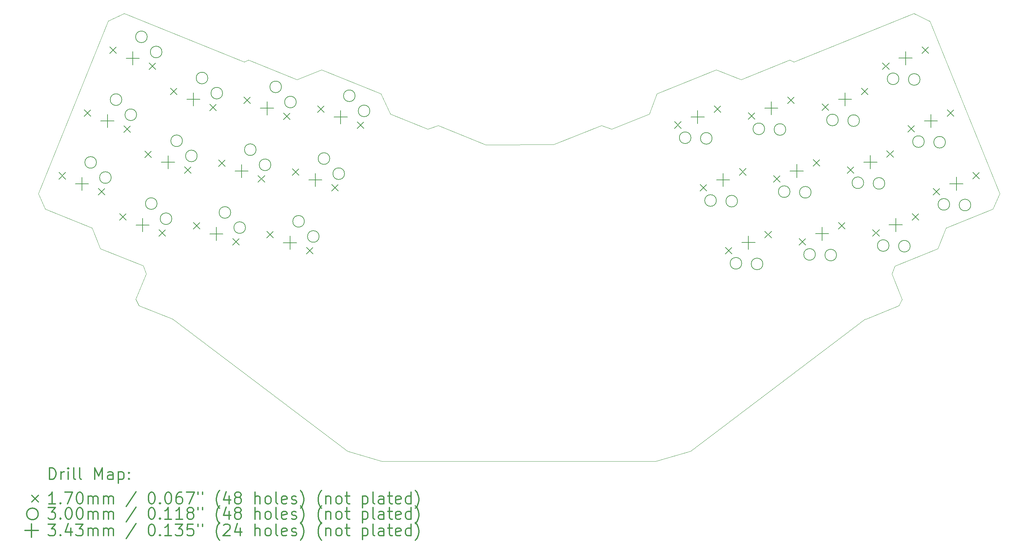
<source format=gbr>
%FSLAX45Y45*%
G04 Gerber Fmt 4.5, Leading zero omitted, Abs format (unit mm)*
G04 Created by KiCad (PCBNEW (5.1.4)-1) date 2024-04-24 20:53:15*
%MOMM*%
%LPD*%
G04 APERTURE LIST*
%ADD10C,0.050000*%
%ADD11C,0.200000*%
%ADD12C,0.300000*%
G04 APERTURE END LIST*
D10*
X11176213Y-27853625D02*
X12147667Y-28245667D01*
X12412667Y-28146667D02*
X13647667Y-28645667D01*
X16628646Y-28148071D02*
X15397000Y-28645000D01*
X17865100Y-27855028D02*
X16893646Y-28247071D01*
X12147667Y-28245667D02*
X12412667Y-28146667D01*
X15397000Y-28645000D02*
X13647667Y-28645667D01*
X16893646Y-28247071D02*
X16628646Y-28148071D01*
X4604537Y-32640385D02*
X4870507Y-31982085D01*
X24399689Y-32641789D02*
X24133718Y-31983488D01*
X10960000Y-36830000D02*
X10072695Y-36564535D01*
X18030000Y-36830000D02*
X18931531Y-36565938D01*
X10960000Y-36830000D02*
X18030000Y-36830000D01*
X25546434Y-30790966D02*
X25527890Y-30798458D01*
X3457791Y-30789563D02*
X3476335Y-30797055D01*
X2086679Y-29912037D02*
X2261724Y-30306320D01*
X3888537Y-25452283D02*
X2086679Y-29912037D01*
X26917546Y-29913441D02*
X26742501Y-30307724D01*
X25115688Y-25453686D02*
X26917546Y-29913441D01*
X10938494Y-27329969D02*
X9404005Y-26709995D01*
X4303330Y-25253168D02*
X7400124Y-26504354D01*
X3687111Y-31329806D02*
X3476335Y-30797055D01*
X3687111Y-31329806D02*
X4795096Y-31777461D01*
X3457791Y-30789563D02*
X2261724Y-30306320D01*
X5542399Y-33148730D02*
X4689390Y-32804092D01*
X8767111Y-26964977D02*
X7510776Y-26457385D01*
X10072695Y-36564535D02*
X5560943Y-33156222D01*
X4604537Y-32640385D02*
X4689390Y-32804092D01*
X10938494Y-27329969D02*
X11176213Y-27853625D01*
X4795096Y-31777461D02*
X4870507Y-31982085D01*
X8767111Y-26964977D02*
X9404005Y-26709995D01*
X4303330Y-25253168D02*
X3888537Y-25452283D01*
X7510776Y-26457385D02*
X7400124Y-26504354D01*
X5542399Y-33148730D02*
X5560943Y-33156222D01*
X23461827Y-33150134D02*
X23443283Y-33157626D01*
X24209130Y-31778864D02*
X24133718Y-31983488D01*
X24700895Y-25254572D02*
X25115688Y-25453686D01*
X21493449Y-26458789D02*
X21604101Y-26505758D01*
X20237115Y-26966381D02*
X19600221Y-26711399D01*
X23461827Y-33150134D02*
X24314836Y-32805496D01*
X18931531Y-36565938D02*
X23443283Y-33157626D01*
X24399689Y-32641789D02*
X24314836Y-32805496D01*
X24700895Y-25254572D02*
X21604101Y-26505758D01*
X25546434Y-30790966D02*
X26742501Y-30307724D01*
X25317114Y-31331209D02*
X25527890Y-30798458D01*
X25317114Y-31331209D02*
X24209130Y-31778864D01*
X18065732Y-27331372D02*
X17865100Y-27855028D01*
X20237115Y-26966381D02*
X21493449Y-26458789D01*
X18065732Y-27331372D02*
X19600221Y-26711399D01*
D11*
X18521955Y-28052186D02*
X18692135Y-28222366D01*
X18692135Y-28052186D02*
X18521955Y-28222366D01*
X19541857Y-27640119D02*
X19712037Y-27810299D01*
X19712037Y-27640119D02*
X19541857Y-27810299D01*
X4185150Y-30428744D02*
X4355331Y-30598924D01*
X4355331Y-30428744D02*
X4185150Y-30598924D01*
X5205053Y-30840811D02*
X5375233Y-31010991D01*
X5375233Y-30840811D02*
X5205053Y-31010991D01*
X25203712Y-29774573D02*
X25373892Y-29944753D01*
X25373892Y-29774573D02*
X25203712Y-29944753D01*
X26223614Y-29362506D02*
X26393794Y-29532686D01*
X26393794Y-29362506D02*
X26223614Y-29532686D01*
X9301461Y-27642461D02*
X9471641Y-27812641D01*
X9471641Y-27642461D02*
X9301461Y-27812641D01*
X10321363Y-28054528D02*
X10491543Y-28224708D01*
X10491543Y-28054528D02*
X10321363Y-28224708D01*
X4840712Y-28806172D02*
X5010892Y-28976352D01*
X5010892Y-28806172D02*
X4840712Y-28976352D01*
X5860614Y-29218240D02*
X6030794Y-29388420D01*
X6030794Y-29218240D02*
X5860614Y-29388420D01*
X24548150Y-28152001D02*
X24718330Y-28322181D01*
X24718330Y-28152001D02*
X24548150Y-28322181D01*
X25568053Y-27739934D02*
X25738233Y-27910114D01*
X25738233Y-27739934D02*
X25568053Y-27910114D01*
X6087744Y-30658174D02*
X6257924Y-30828354D01*
X6257924Y-30658174D02*
X6087744Y-30828354D01*
X7107646Y-31070242D02*
X7277826Y-31240422D01*
X7277826Y-31070242D02*
X7107646Y-31240422D01*
X7398867Y-27413031D02*
X7569047Y-27583211D01*
X7569047Y-27413031D02*
X7398867Y-27583211D01*
X8418769Y-27825098D02*
X8588949Y-27995278D01*
X8588949Y-27825098D02*
X8418769Y-27995278D01*
X3930826Y-26119705D02*
X4101006Y-26289885D01*
X4101006Y-26119705D02*
X3930826Y-26289885D01*
X4950728Y-26531772D02*
X5120908Y-26701952D01*
X5120908Y-26531772D02*
X4950728Y-26701952D01*
X22982703Y-29215897D02*
X23152883Y-29386077D01*
X23152883Y-29215897D02*
X22982703Y-29386077D01*
X24002605Y-28803830D02*
X24172785Y-28974010D01*
X24172785Y-28803830D02*
X24002605Y-28974010D01*
X19833078Y-31297329D02*
X20003258Y-31467509D01*
X20003258Y-31297329D02*
X19833078Y-31467509D01*
X20852980Y-30885262D02*
X21023160Y-31055442D01*
X21023160Y-30885262D02*
X20852980Y-31055442D01*
X7990337Y-30887605D02*
X8160517Y-31057785D01*
X8160517Y-30887605D02*
X7990337Y-31057785D01*
X9010240Y-31299672D02*
X9180420Y-31469852D01*
X9180420Y-31299672D02*
X9010240Y-31469852D01*
X21080110Y-29445327D02*
X21250290Y-29615507D01*
X21250290Y-29445327D02*
X21080110Y-29615507D01*
X22100012Y-29033260D02*
X22270192Y-29203440D01*
X22270192Y-29033260D02*
X22100012Y-29203440D01*
X3275265Y-27742277D02*
X3445445Y-27912457D01*
X3445445Y-27742277D02*
X3275265Y-27912457D01*
X4295167Y-28154344D02*
X4465347Y-28324524D01*
X4465347Y-28154344D02*
X4295167Y-28324524D01*
X21735671Y-31067899D02*
X21905851Y-31238079D01*
X21905851Y-31067899D02*
X21735671Y-31238079D01*
X22755573Y-30655832D02*
X22925753Y-30826012D01*
X22925753Y-30655832D02*
X22755573Y-30826012D01*
X8645899Y-29265033D02*
X8816079Y-29435213D01*
X8816079Y-29265033D02*
X8645899Y-29435213D01*
X9665801Y-29677100D02*
X9835981Y-29847280D01*
X9835981Y-29677100D02*
X9665801Y-29847280D01*
X23892589Y-26529429D02*
X24062769Y-26699609D01*
X24062769Y-26529429D02*
X23892589Y-26699609D01*
X24912491Y-26117362D02*
X25082671Y-26287542D01*
X25082671Y-26117362D02*
X24912491Y-26287542D01*
X6743305Y-29035603D02*
X6913485Y-29205783D01*
X6913485Y-29035603D02*
X6743305Y-29205783D01*
X7763208Y-29447670D02*
X7933388Y-29617850D01*
X7933388Y-29447670D02*
X7763208Y-29617850D01*
X5496274Y-27183601D02*
X5666454Y-27353781D01*
X5666454Y-27183601D02*
X5496274Y-27353781D01*
X6516176Y-27595668D02*
X6686356Y-27765848D01*
X6686356Y-27595668D02*
X6516176Y-27765848D01*
X20424548Y-27822756D02*
X20594728Y-27992936D01*
X20594728Y-27822756D02*
X20424548Y-27992936D01*
X21444450Y-27410688D02*
X21614630Y-27580868D01*
X21614630Y-27410688D02*
X21444450Y-27580868D01*
X23638264Y-30838469D02*
X23808444Y-31008649D01*
X23808444Y-30838469D02*
X23638264Y-31008649D01*
X24658167Y-30426402D02*
X24828347Y-30596582D01*
X24828347Y-30426402D02*
X24658167Y-30596582D01*
X22327141Y-27593325D02*
X22497321Y-27763505D01*
X22497321Y-27593325D02*
X22327141Y-27763505D01*
X23347044Y-27181258D02*
X23517224Y-27351438D01*
X23517224Y-27181258D02*
X23347044Y-27351438D01*
X2619703Y-29364848D02*
X2789883Y-29535028D01*
X2789883Y-29364848D02*
X2619703Y-29535028D01*
X3639605Y-29776916D02*
X3809785Y-29947096D01*
X3809785Y-29776916D02*
X3639605Y-29947096D01*
X19177516Y-29674758D02*
X19347696Y-29844938D01*
X19347696Y-29674758D02*
X19177516Y-29844938D01*
X20197418Y-29262690D02*
X20367598Y-29432870D01*
X20367598Y-29262690D02*
X20197418Y-29432870D01*
X21502036Y-29859381D02*
G75*
G03X21502036Y-29859381I-150000J0D01*
G01*
X22048042Y-29876058D02*
G75*
G03X22048042Y-29876058I-150000J0D01*
G01*
X4243197Y-27481726D02*
G75*
G03X4243197Y-27481726I-150000J0D01*
G01*
X4624375Y-27873010D02*
G75*
G03X4624375Y-27873010I-150000J0D01*
G01*
X22157598Y-31481953D02*
G75*
G03X22157598Y-31481953I-150000J0D01*
G01*
X22703603Y-31498630D02*
G75*
G03X22703603Y-31498630I-150000J0D01*
G01*
X9613831Y-29004482D02*
G75*
G03X9613831Y-29004482I-150000J0D01*
G01*
X9995009Y-29395766D02*
G75*
G03X9995009Y-29395766I-150000J0D01*
G01*
X24314515Y-26943483D02*
G75*
G03X24314515Y-26943483I-150000J0D01*
G01*
X24860521Y-26960160D02*
G75*
G03X24860521Y-26960160I-150000J0D01*
G01*
X7711237Y-28775052D02*
G75*
G03X7711237Y-28775052I-150000J0D01*
G01*
X8092416Y-29166336D02*
G75*
G03X8092416Y-29166336I-150000J0D01*
G01*
X6464206Y-26923050D02*
G75*
G03X6464206Y-26923050I-150000J0D01*
G01*
X6845384Y-27314334D02*
G75*
G03X6845384Y-27314334I-150000J0D01*
G01*
X20846475Y-28236809D02*
G75*
G03X20846475Y-28236809I-150000J0D01*
G01*
X21392480Y-28253486D02*
G75*
G03X21392480Y-28253486I-150000J0D01*
G01*
X24060191Y-31252522D02*
G75*
G03X24060191Y-31252522I-150000J0D01*
G01*
X24606196Y-31269200D02*
G75*
G03X24606196Y-31269200I-150000J0D01*
G01*
X22749068Y-28007379D02*
G75*
G03X22749068Y-28007379I-150000J0D01*
G01*
X23295073Y-28024056D02*
G75*
G03X23295073Y-28024056I-150000J0D01*
G01*
X3587635Y-29104298D02*
G75*
G03X3587635Y-29104298I-150000J0D01*
G01*
X3968813Y-29495581D02*
G75*
G03X3968813Y-29495581I-150000J0D01*
G01*
X19599443Y-30088811D02*
G75*
G03X19599443Y-30088811I-150000J0D01*
G01*
X20145448Y-30105488D02*
G75*
G03X20145448Y-30105488I-150000J0D01*
G01*
X18943881Y-28466239D02*
G75*
G03X18943881Y-28466239I-150000J0D01*
G01*
X19489887Y-28482917D02*
G75*
G03X19489887Y-28482917I-150000J0D01*
G01*
X5153083Y-30168193D02*
G75*
G03X5153083Y-30168193I-150000J0D01*
G01*
X5534261Y-30559477D02*
G75*
G03X5534261Y-30559477I-150000J0D01*
G01*
X25625639Y-30188627D02*
G75*
G03X25625639Y-30188627I-150000J0D01*
G01*
X26171644Y-30205304D02*
G75*
G03X26171644Y-30205304I-150000J0D01*
G01*
X10269393Y-27381910D02*
G75*
G03X10269393Y-27381910I-150000J0D01*
G01*
X10650571Y-27773194D02*
G75*
G03X10650571Y-27773194I-150000J0D01*
G01*
X5808644Y-28545622D02*
G75*
G03X5808644Y-28545622I-150000J0D01*
G01*
X6189823Y-28936905D02*
G75*
G03X6189823Y-28936905I-150000J0D01*
G01*
X24970077Y-28566055D02*
G75*
G03X24970077Y-28566055I-150000J0D01*
G01*
X25516082Y-28582732D02*
G75*
G03X25516082Y-28582732I-150000J0D01*
G01*
X7055676Y-30397624D02*
G75*
G03X7055676Y-30397624I-150000J0D01*
G01*
X7436854Y-30788907D02*
G75*
G03X7436854Y-30788907I-150000J0D01*
G01*
X8366799Y-27152480D02*
G75*
G03X8366799Y-27152480I-150000J0D01*
G01*
X8747978Y-27543764D02*
G75*
G03X8747978Y-27543764I-150000J0D01*
G01*
X4898758Y-25859154D02*
G75*
G03X4898758Y-25859154I-150000J0D01*
G01*
X5279937Y-26250438D02*
G75*
G03X5279937Y-26250438I-150000J0D01*
G01*
X23404630Y-29629951D02*
G75*
G03X23404630Y-29629951I-150000J0D01*
G01*
X23950635Y-29646628D02*
G75*
G03X23950635Y-29646628I-150000J0D01*
G01*
X20255004Y-31711383D02*
G75*
G03X20255004Y-31711383I-150000J0D01*
G01*
X20801010Y-31728060D02*
G75*
G03X20801010Y-31728060I-150000J0D01*
G01*
X8958269Y-30627054D02*
G75*
G03X8958269Y-30627054I-150000J0D01*
G01*
X9339448Y-31018338D02*
G75*
G03X9339448Y-31018338I-150000J0D01*
G01*
X21675151Y-29152934D02*
X21675151Y-29495834D01*
X21503701Y-29324384D02*
X21846601Y-29324384D01*
X3870306Y-27861950D02*
X3870306Y-28204850D01*
X3698856Y-28033400D02*
X4041756Y-28033400D01*
X22330712Y-30775505D02*
X22330712Y-31118405D01*
X22159262Y-30946955D02*
X22502162Y-30946955D01*
X9240940Y-29384707D02*
X9240940Y-29727607D01*
X9069490Y-29556157D02*
X9412390Y-29556157D01*
X24487630Y-26237036D02*
X24487630Y-26579936D01*
X24316180Y-26408486D02*
X24659080Y-26408486D01*
X7338347Y-29155276D02*
X7338347Y-29498176D01*
X7166897Y-29326726D02*
X7509797Y-29326726D01*
X6091315Y-27303274D02*
X6091315Y-27646174D01*
X5919865Y-27474724D02*
X6262765Y-27474724D01*
X21019589Y-27530362D02*
X21019589Y-27873262D01*
X20848139Y-27701812D02*
X21191039Y-27701812D01*
X24233306Y-30546075D02*
X24233306Y-30888975D01*
X24061856Y-30717525D02*
X24404756Y-30717525D01*
X22922182Y-27300932D02*
X22922182Y-27643832D01*
X22750732Y-27472382D02*
X23093632Y-27472382D01*
X3214744Y-29484522D02*
X3214744Y-29827422D01*
X3043294Y-29655972D02*
X3386194Y-29655972D01*
X19772557Y-29382364D02*
X19772557Y-29725264D01*
X19601107Y-29553814D02*
X19944007Y-29553814D01*
X19116996Y-27759792D02*
X19116996Y-28102692D01*
X18945546Y-27931242D02*
X19288446Y-27931242D01*
X4780192Y-30548418D02*
X4780192Y-30891318D01*
X4608742Y-30719868D02*
X4951642Y-30719868D01*
X25798753Y-29482179D02*
X25798753Y-29825079D01*
X25627303Y-29653629D02*
X25970203Y-29653629D01*
X9896502Y-27762135D02*
X9896502Y-28105035D01*
X9725052Y-27933585D02*
X10067952Y-27933585D01*
X5435753Y-28925846D02*
X5435753Y-29268746D01*
X5264303Y-29097296D02*
X5607203Y-29097296D01*
X25143191Y-27859608D02*
X25143191Y-28202508D01*
X24971741Y-28031058D02*
X25314641Y-28031058D01*
X6682785Y-30777848D02*
X6682785Y-31120748D01*
X6511335Y-30949298D02*
X6854235Y-30949298D01*
X7993908Y-27532705D02*
X7993908Y-27875605D01*
X7822458Y-27704155D02*
X8165358Y-27704155D01*
X4525867Y-26239379D02*
X4525867Y-26582279D01*
X4354417Y-26410829D02*
X4697317Y-26410829D01*
X23577744Y-28923503D02*
X23577744Y-29266403D01*
X23406294Y-29094953D02*
X23749194Y-29094953D01*
X20428119Y-31004936D02*
X20428119Y-31347836D01*
X20256669Y-31176386D02*
X20599569Y-31176386D01*
X8585379Y-31007278D02*
X8585379Y-31350178D01*
X8413929Y-31178728D02*
X8756829Y-31178728D01*
D12*
X2370608Y-37298214D02*
X2370608Y-36998214D01*
X2442036Y-36998214D01*
X2484893Y-37012500D01*
X2513465Y-37041072D01*
X2527750Y-37069643D01*
X2542036Y-37126786D01*
X2542036Y-37169643D01*
X2527750Y-37226786D01*
X2513465Y-37255357D01*
X2484893Y-37283929D01*
X2442036Y-37298214D01*
X2370608Y-37298214D01*
X2670608Y-37298214D02*
X2670608Y-37098214D01*
X2670608Y-37155357D02*
X2684893Y-37126786D01*
X2699179Y-37112500D01*
X2727750Y-37098214D01*
X2756322Y-37098214D01*
X2856322Y-37298214D02*
X2856322Y-37098214D01*
X2856322Y-36998214D02*
X2842036Y-37012500D01*
X2856322Y-37026786D01*
X2870607Y-37012500D01*
X2856322Y-36998214D01*
X2856322Y-37026786D01*
X3042036Y-37298214D02*
X3013465Y-37283929D01*
X2999179Y-37255357D01*
X2999179Y-36998214D01*
X3199179Y-37298214D02*
X3170607Y-37283929D01*
X3156322Y-37255357D01*
X3156322Y-36998214D01*
X3542036Y-37298214D02*
X3542036Y-36998214D01*
X3642036Y-37212500D01*
X3742036Y-36998214D01*
X3742036Y-37298214D01*
X4013465Y-37298214D02*
X4013465Y-37141072D01*
X3999179Y-37112500D01*
X3970607Y-37098214D01*
X3913465Y-37098214D01*
X3884893Y-37112500D01*
X4013465Y-37283929D02*
X3984893Y-37298214D01*
X3913465Y-37298214D01*
X3884893Y-37283929D01*
X3870607Y-37255357D01*
X3870607Y-37226786D01*
X3884893Y-37198214D01*
X3913465Y-37183929D01*
X3984893Y-37183929D01*
X4013465Y-37169643D01*
X4156322Y-37098214D02*
X4156322Y-37398214D01*
X4156322Y-37112500D02*
X4184893Y-37098214D01*
X4242036Y-37098214D01*
X4270608Y-37112500D01*
X4284893Y-37126786D01*
X4299179Y-37155357D01*
X4299179Y-37241072D01*
X4284893Y-37269643D01*
X4270608Y-37283929D01*
X4242036Y-37298214D01*
X4184893Y-37298214D01*
X4156322Y-37283929D01*
X4427750Y-37269643D02*
X4442036Y-37283929D01*
X4427750Y-37298214D01*
X4413465Y-37283929D01*
X4427750Y-37269643D01*
X4427750Y-37298214D01*
X4427750Y-37112500D02*
X4442036Y-37126786D01*
X4427750Y-37141072D01*
X4413465Y-37126786D01*
X4427750Y-37112500D01*
X4427750Y-37141072D01*
X1913999Y-37707410D02*
X2084179Y-37877590D01*
X2084179Y-37707410D02*
X1913999Y-37877590D01*
X2527750Y-37928214D02*
X2356322Y-37928214D01*
X2442036Y-37928214D02*
X2442036Y-37628214D01*
X2413465Y-37671072D01*
X2384893Y-37699643D01*
X2356322Y-37713929D01*
X2656322Y-37899643D02*
X2670608Y-37913929D01*
X2656322Y-37928214D01*
X2642036Y-37913929D01*
X2656322Y-37899643D01*
X2656322Y-37928214D01*
X2770608Y-37628214D02*
X2970607Y-37628214D01*
X2842036Y-37928214D01*
X3142036Y-37628214D02*
X3170607Y-37628214D01*
X3199179Y-37642500D01*
X3213465Y-37656786D01*
X3227750Y-37685357D01*
X3242036Y-37742500D01*
X3242036Y-37813929D01*
X3227750Y-37871072D01*
X3213465Y-37899643D01*
X3199179Y-37913929D01*
X3170607Y-37928214D01*
X3142036Y-37928214D01*
X3113465Y-37913929D01*
X3099179Y-37899643D01*
X3084893Y-37871072D01*
X3070607Y-37813929D01*
X3070607Y-37742500D01*
X3084893Y-37685357D01*
X3099179Y-37656786D01*
X3113465Y-37642500D01*
X3142036Y-37628214D01*
X3370607Y-37928214D02*
X3370607Y-37728214D01*
X3370607Y-37756786D02*
X3384893Y-37742500D01*
X3413465Y-37728214D01*
X3456322Y-37728214D01*
X3484893Y-37742500D01*
X3499179Y-37771072D01*
X3499179Y-37928214D01*
X3499179Y-37771072D02*
X3513465Y-37742500D01*
X3542036Y-37728214D01*
X3584893Y-37728214D01*
X3613465Y-37742500D01*
X3627750Y-37771072D01*
X3627750Y-37928214D01*
X3770607Y-37928214D02*
X3770607Y-37728214D01*
X3770607Y-37756786D02*
X3784893Y-37742500D01*
X3813465Y-37728214D01*
X3856322Y-37728214D01*
X3884893Y-37742500D01*
X3899179Y-37771072D01*
X3899179Y-37928214D01*
X3899179Y-37771072D02*
X3913465Y-37742500D01*
X3942036Y-37728214D01*
X3984893Y-37728214D01*
X4013465Y-37742500D01*
X4027750Y-37771072D01*
X4027750Y-37928214D01*
X4613465Y-37613929D02*
X4356322Y-37999643D01*
X4999179Y-37628214D02*
X5027750Y-37628214D01*
X5056322Y-37642500D01*
X5070608Y-37656786D01*
X5084893Y-37685357D01*
X5099179Y-37742500D01*
X5099179Y-37813929D01*
X5084893Y-37871072D01*
X5070608Y-37899643D01*
X5056322Y-37913929D01*
X5027750Y-37928214D01*
X4999179Y-37928214D01*
X4970608Y-37913929D01*
X4956322Y-37899643D01*
X4942036Y-37871072D01*
X4927750Y-37813929D01*
X4927750Y-37742500D01*
X4942036Y-37685357D01*
X4956322Y-37656786D01*
X4970608Y-37642500D01*
X4999179Y-37628214D01*
X5227750Y-37899643D02*
X5242036Y-37913929D01*
X5227750Y-37928214D01*
X5213465Y-37913929D01*
X5227750Y-37899643D01*
X5227750Y-37928214D01*
X5427750Y-37628214D02*
X5456322Y-37628214D01*
X5484893Y-37642500D01*
X5499179Y-37656786D01*
X5513465Y-37685357D01*
X5527750Y-37742500D01*
X5527750Y-37813929D01*
X5513465Y-37871072D01*
X5499179Y-37899643D01*
X5484893Y-37913929D01*
X5456322Y-37928214D01*
X5427750Y-37928214D01*
X5399179Y-37913929D01*
X5384893Y-37899643D01*
X5370608Y-37871072D01*
X5356322Y-37813929D01*
X5356322Y-37742500D01*
X5370608Y-37685357D01*
X5384893Y-37656786D01*
X5399179Y-37642500D01*
X5427750Y-37628214D01*
X5784893Y-37628214D02*
X5727750Y-37628214D01*
X5699179Y-37642500D01*
X5684893Y-37656786D01*
X5656322Y-37699643D01*
X5642036Y-37756786D01*
X5642036Y-37871072D01*
X5656322Y-37899643D01*
X5670607Y-37913929D01*
X5699179Y-37928214D01*
X5756322Y-37928214D01*
X5784893Y-37913929D01*
X5799179Y-37899643D01*
X5813465Y-37871072D01*
X5813465Y-37799643D01*
X5799179Y-37771072D01*
X5784893Y-37756786D01*
X5756322Y-37742500D01*
X5699179Y-37742500D01*
X5670607Y-37756786D01*
X5656322Y-37771072D01*
X5642036Y-37799643D01*
X5913465Y-37628214D02*
X6113465Y-37628214D01*
X5984893Y-37928214D01*
X6213465Y-37628214D02*
X6213465Y-37685357D01*
X6327750Y-37628214D02*
X6327750Y-37685357D01*
X6770607Y-38042500D02*
X6756322Y-38028214D01*
X6727750Y-37985357D01*
X6713465Y-37956786D01*
X6699179Y-37913929D01*
X6684893Y-37842500D01*
X6684893Y-37785357D01*
X6699179Y-37713929D01*
X6713465Y-37671072D01*
X6727750Y-37642500D01*
X6756322Y-37599643D01*
X6770607Y-37585357D01*
X7013465Y-37728214D02*
X7013465Y-37928214D01*
X6942036Y-37613929D02*
X6870607Y-37828214D01*
X7056322Y-37828214D01*
X7213465Y-37756786D02*
X7184893Y-37742500D01*
X7170607Y-37728214D01*
X7156322Y-37699643D01*
X7156322Y-37685357D01*
X7170607Y-37656786D01*
X7184893Y-37642500D01*
X7213465Y-37628214D01*
X7270607Y-37628214D01*
X7299179Y-37642500D01*
X7313465Y-37656786D01*
X7327750Y-37685357D01*
X7327750Y-37699643D01*
X7313465Y-37728214D01*
X7299179Y-37742500D01*
X7270607Y-37756786D01*
X7213465Y-37756786D01*
X7184893Y-37771072D01*
X7170607Y-37785357D01*
X7156322Y-37813929D01*
X7156322Y-37871072D01*
X7170607Y-37899643D01*
X7184893Y-37913929D01*
X7213465Y-37928214D01*
X7270607Y-37928214D01*
X7299179Y-37913929D01*
X7313465Y-37899643D01*
X7327750Y-37871072D01*
X7327750Y-37813929D01*
X7313465Y-37785357D01*
X7299179Y-37771072D01*
X7270607Y-37756786D01*
X7684893Y-37928214D02*
X7684893Y-37628214D01*
X7813465Y-37928214D02*
X7813465Y-37771072D01*
X7799179Y-37742500D01*
X7770607Y-37728214D01*
X7727750Y-37728214D01*
X7699179Y-37742500D01*
X7684893Y-37756786D01*
X7999179Y-37928214D02*
X7970607Y-37913929D01*
X7956322Y-37899643D01*
X7942036Y-37871072D01*
X7942036Y-37785357D01*
X7956322Y-37756786D01*
X7970607Y-37742500D01*
X7999179Y-37728214D01*
X8042036Y-37728214D01*
X8070607Y-37742500D01*
X8084893Y-37756786D01*
X8099179Y-37785357D01*
X8099179Y-37871072D01*
X8084893Y-37899643D01*
X8070607Y-37913929D01*
X8042036Y-37928214D01*
X7999179Y-37928214D01*
X8270607Y-37928214D02*
X8242036Y-37913929D01*
X8227750Y-37885357D01*
X8227750Y-37628214D01*
X8499179Y-37913929D02*
X8470608Y-37928214D01*
X8413465Y-37928214D01*
X8384893Y-37913929D01*
X8370607Y-37885357D01*
X8370607Y-37771072D01*
X8384893Y-37742500D01*
X8413465Y-37728214D01*
X8470608Y-37728214D01*
X8499179Y-37742500D01*
X8513465Y-37771072D01*
X8513465Y-37799643D01*
X8370607Y-37828214D01*
X8627750Y-37913929D02*
X8656322Y-37928214D01*
X8713465Y-37928214D01*
X8742036Y-37913929D01*
X8756322Y-37885357D01*
X8756322Y-37871072D01*
X8742036Y-37842500D01*
X8713465Y-37828214D01*
X8670608Y-37828214D01*
X8642036Y-37813929D01*
X8627750Y-37785357D01*
X8627750Y-37771072D01*
X8642036Y-37742500D01*
X8670608Y-37728214D01*
X8713465Y-37728214D01*
X8742036Y-37742500D01*
X8856322Y-38042500D02*
X8870608Y-38028214D01*
X8899179Y-37985357D01*
X8913465Y-37956786D01*
X8927750Y-37913929D01*
X8942036Y-37842500D01*
X8942036Y-37785357D01*
X8927750Y-37713929D01*
X8913465Y-37671072D01*
X8899179Y-37642500D01*
X8870608Y-37599643D01*
X8856322Y-37585357D01*
X9399179Y-38042500D02*
X9384893Y-38028214D01*
X9356322Y-37985357D01*
X9342036Y-37956786D01*
X9327750Y-37913929D01*
X9313465Y-37842500D01*
X9313465Y-37785357D01*
X9327750Y-37713929D01*
X9342036Y-37671072D01*
X9356322Y-37642500D01*
X9384893Y-37599643D01*
X9399179Y-37585357D01*
X9513465Y-37728214D02*
X9513465Y-37928214D01*
X9513465Y-37756786D02*
X9527750Y-37742500D01*
X9556322Y-37728214D01*
X9599179Y-37728214D01*
X9627750Y-37742500D01*
X9642036Y-37771072D01*
X9642036Y-37928214D01*
X9827750Y-37928214D02*
X9799179Y-37913929D01*
X9784893Y-37899643D01*
X9770608Y-37871072D01*
X9770608Y-37785357D01*
X9784893Y-37756786D01*
X9799179Y-37742500D01*
X9827750Y-37728214D01*
X9870608Y-37728214D01*
X9899179Y-37742500D01*
X9913465Y-37756786D01*
X9927750Y-37785357D01*
X9927750Y-37871072D01*
X9913465Y-37899643D01*
X9899179Y-37913929D01*
X9870608Y-37928214D01*
X9827750Y-37928214D01*
X10013465Y-37728214D02*
X10127750Y-37728214D01*
X10056322Y-37628214D02*
X10056322Y-37885357D01*
X10070608Y-37913929D01*
X10099179Y-37928214D01*
X10127750Y-37928214D01*
X10456322Y-37728214D02*
X10456322Y-38028214D01*
X10456322Y-37742500D02*
X10484893Y-37728214D01*
X10542036Y-37728214D01*
X10570608Y-37742500D01*
X10584893Y-37756786D01*
X10599179Y-37785357D01*
X10599179Y-37871072D01*
X10584893Y-37899643D01*
X10570608Y-37913929D01*
X10542036Y-37928214D01*
X10484893Y-37928214D01*
X10456322Y-37913929D01*
X10770608Y-37928214D02*
X10742036Y-37913929D01*
X10727750Y-37885357D01*
X10727750Y-37628214D01*
X11013465Y-37928214D02*
X11013465Y-37771072D01*
X10999179Y-37742500D01*
X10970608Y-37728214D01*
X10913465Y-37728214D01*
X10884893Y-37742500D01*
X11013465Y-37913929D02*
X10984893Y-37928214D01*
X10913465Y-37928214D01*
X10884893Y-37913929D01*
X10870608Y-37885357D01*
X10870608Y-37856786D01*
X10884893Y-37828214D01*
X10913465Y-37813929D01*
X10984893Y-37813929D01*
X11013465Y-37799643D01*
X11113465Y-37728214D02*
X11227750Y-37728214D01*
X11156322Y-37628214D02*
X11156322Y-37885357D01*
X11170608Y-37913929D01*
X11199179Y-37928214D01*
X11227750Y-37928214D01*
X11442036Y-37913929D02*
X11413465Y-37928214D01*
X11356322Y-37928214D01*
X11327750Y-37913929D01*
X11313465Y-37885357D01*
X11313465Y-37771072D01*
X11327750Y-37742500D01*
X11356322Y-37728214D01*
X11413465Y-37728214D01*
X11442036Y-37742500D01*
X11456322Y-37771072D01*
X11456322Y-37799643D01*
X11313465Y-37828214D01*
X11713465Y-37928214D02*
X11713465Y-37628214D01*
X11713465Y-37913929D02*
X11684893Y-37928214D01*
X11627750Y-37928214D01*
X11599179Y-37913929D01*
X11584893Y-37899643D01*
X11570607Y-37871072D01*
X11570607Y-37785357D01*
X11584893Y-37756786D01*
X11599179Y-37742500D01*
X11627750Y-37728214D01*
X11684893Y-37728214D01*
X11713465Y-37742500D01*
X11827750Y-38042500D02*
X11842036Y-38028214D01*
X11870607Y-37985357D01*
X11884893Y-37956786D01*
X11899179Y-37913929D01*
X11913465Y-37842500D01*
X11913465Y-37785357D01*
X11899179Y-37713929D01*
X11884893Y-37671072D01*
X11870607Y-37642500D01*
X11842036Y-37599643D01*
X11827750Y-37585357D01*
X2084179Y-38188500D02*
G75*
G03X2084179Y-38188500I-150000J0D01*
G01*
X2342036Y-38024214D02*
X2527750Y-38024214D01*
X2427750Y-38138500D01*
X2470608Y-38138500D01*
X2499179Y-38152786D01*
X2513465Y-38167072D01*
X2527750Y-38195643D01*
X2527750Y-38267072D01*
X2513465Y-38295643D01*
X2499179Y-38309929D01*
X2470608Y-38324214D01*
X2384893Y-38324214D01*
X2356322Y-38309929D01*
X2342036Y-38295643D01*
X2656322Y-38295643D02*
X2670608Y-38309929D01*
X2656322Y-38324214D01*
X2642036Y-38309929D01*
X2656322Y-38295643D01*
X2656322Y-38324214D01*
X2856322Y-38024214D02*
X2884893Y-38024214D01*
X2913465Y-38038500D01*
X2927750Y-38052786D01*
X2942036Y-38081357D01*
X2956322Y-38138500D01*
X2956322Y-38209929D01*
X2942036Y-38267072D01*
X2927750Y-38295643D01*
X2913465Y-38309929D01*
X2884893Y-38324214D01*
X2856322Y-38324214D01*
X2827750Y-38309929D01*
X2813465Y-38295643D01*
X2799179Y-38267072D01*
X2784893Y-38209929D01*
X2784893Y-38138500D01*
X2799179Y-38081357D01*
X2813465Y-38052786D01*
X2827750Y-38038500D01*
X2856322Y-38024214D01*
X3142036Y-38024214D02*
X3170607Y-38024214D01*
X3199179Y-38038500D01*
X3213465Y-38052786D01*
X3227750Y-38081357D01*
X3242036Y-38138500D01*
X3242036Y-38209929D01*
X3227750Y-38267072D01*
X3213465Y-38295643D01*
X3199179Y-38309929D01*
X3170607Y-38324214D01*
X3142036Y-38324214D01*
X3113465Y-38309929D01*
X3099179Y-38295643D01*
X3084893Y-38267072D01*
X3070607Y-38209929D01*
X3070607Y-38138500D01*
X3084893Y-38081357D01*
X3099179Y-38052786D01*
X3113465Y-38038500D01*
X3142036Y-38024214D01*
X3370607Y-38324214D02*
X3370607Y-38124214D01*
X3370607Y-38152786D02*
X3384893Y-38138500D01*
X3413465Y-38124214D01*
X3456322Y-38124214D01*
X3484893Y-38138500D01*
X3499179Y-38167072D01*
X3499179Y-38324214D01*
X3499179Y-38167072D02*
X3513465Y-38138500D01*
X3542036Y-38124214D01*
X3584893Y-38124214D01*
X3613465Y-38138500D01*
X3627750Y-38167072D01*
X3627750Y-38324214D01*
X3770607Y-38324214D02*
X3770607Y-38124214D01*
X3770607Y-38152786D02*
X3784893Y-38138500D01*
X3813465Y-38124214D01*
X3856322Y-38124214D01*
X3884893Y-38138500D01*
X3899179Y-38167072D01*
X3899179Y-38324214D01*
X3899179Y-38167072D02*
X3913465Y-38138500D01*
X3942036Y-38124214D01*
X3984893Y-38124214D01*
X4013465Y-38138500D01*
X4027750Y-38167072D01*
X4027750Y-38324214D01*
X4613465Y-38009929D02*
X4356322Y-38395643D01*
X4999179Y-38024214D02*
X5027750Y-38024214D01*
X5056322Y-38038500D01*
X5070608Y-38052786D01*
X5084893Y-38081357D01*
X5099179Y-38138500D01*
X5099179Y-38209929D01*
X5084893Y-38267072D01*
X5070608Y-38295643D01*
X5056322Y-38309929D01*
X5027750Y-38324214D01*
X4999179Y-38324214D01*
X4970608Y-38309929D01*
X4956322Y-38295643D01*
X4942036Y-38267072D01*
X4927750Y-38209929D01*
X4927750Y-38138500D01*
X4942036Y-38081357D01*
X4956322Y-38052786D01*
X4970608Y-38038500D01*
X4999179Y-38024214D01*
X5227750Y-38295643D02*
X5242036Y-38309929D01*
X5227750Y-38324214D01*
X5213465Y-38309929D01*
X5227750Y-38295643D01*
X5227750Y-38324214D01*
X5527750Y-38324214D02*
X5356322Y-38324214D01*
X5442036Y-38324214D02*
X5442036Y-38024214D01*
X5413465Y-38067072D01*
X5384893Y-38095643D01*
X5356322Y-38109929D01*
X5813465Y-38324214D02*
X5642036Y-38324214D01*
X5727750Y-38324214D02*
X5727750Y-38024214D01*
X5699179Y-38067072D01*
X5670607Y-38095643D01*
X5642036Y-38109929D01*
X5984893Y-38152786D02*
X5956322Y-38138500D01*
X5942036Y-38124214D01*
X5927750Y-38095643D01*
X5927750Y-38081357D01*
X5942036Y-38052786D01*
X5956322Y-38038500D01*
X5984893Y-38024214D01*
X6042036Y-38024214D01*
X6070607Y-38038500D01*
X6084893Y-38052786D01*
X6099179Y-38081357D01*
X6099179Y-38095643D01*
X6084893Y-38124214D01*
X6070607Y-38138500D01*
X6042036Y-38152786D01*
X5984893Y-38152786D01*
X5956322Y-38167072D01*
X5942036Y-38181357D01*
X5927750Y-38209929D01*
X5927750Y-38267072D01*
X5942036Y-38295643D01*
X5956322Y-38309929D01*
X5984893Y-38324214D01*
X6042036Y-38324214D01*
X6070607Y-38309929D01*
X6084893Y-38295643D01*
X6099179Y-38267072D01*
X6099179Y-38209929D01*
X6084893Y-38181357D01*
X6070607Y-38167072D01*
X6042036Y-38152786D01*
X6213465Y-38024214D02*
X6213465Y-38081357D01*
X6327750Y-38024214D02*
X6327750Y-38081357D01*
X6770607Y-38438500D02*
X6756322Y-38424214D01*
X6727750Y-38381357D01*
X6713465Y-38352786D01*
X6699179Y-38309929D01*
X6684893Y-38238500D01*
X6684893Y-38181357D01*
X6699179Y-38109929D01*
X6713465Y-38067072D01*
X6727750Y-38038500D01*
X6756322Y-37995643D01*
X6770607Y-37981357D01*
X7013465Y-38124214D02*
X7013465Y-38324214D01*
X6942036Y-38009929D02*
X6870607Y-38224214D01*
X7056322Y-38224214D01*
X7213465Y-38152786D02*
X7184893Y-38138500D01*
X7170607Y-38124214D01*
X7156322Y-38095643D01*
X7156322Y-38081357D01*
X7170607Y-38052786D01*
X7184893Y-38038500D01*
X7213465Y-38024214D01*
X7270607Y-38024214D01*
X7299179Y-38038500D01*
X7313465Y-38052786D01*
X7327750Y-38081357D01*
X7327750Y-38095643D01*
X7313465Y-38124214D01*
X7299179Y-38138500D01*
X7270607Y-38152786D01*
X7213465Y-38152786D01*
X7184893Y-38167072D01*
X7170607Y-38181357D01*
X7156322Y-38209929D01*
X7156322Y-38267072D01*
X7170607Y-38295643D01*
X7184893Y-38309929D01*
X7213465Y-38324214D01*
X7270607Y-38324214D01*
X7299179Y-38309929D01*
X7313465Y-38295643D01*
X7327750Y-38267072D01*
X7327750Y-38209929D01*
X7313465Y-38181357D01*
X7299179Y-38167072D01*
X7270607Y-38152786D01*
X7684893Y-38324214D02*
X7684893Y-38024214D01*
X7813465Y-38324214D02*
X7813465Y-38167072D01*
X7799179Y-38138500D01*
X7770607Y-38124214D01*
X7727750Y-38124214D01*
X7699179Y-38138500D01*
X7684893Y-38152786D01*
X7999179Y-38324214D02*
X7970607Y-38309929D01*
X7956322Y-38295643D01*
X7942036Y-38267072D01*
X7942036Y-38181357D01*
X7956322Y-38152786D01*
X7970607Y-38138500D01*
X7999179Y-38124214D01*
X8042036Y-38124214D01*
X8070607Y-38138500D01*
X8084893Y-38152786D01*
X8099179Y-38181357D01*
X8099179Y-38267072D01*
X8084893Y-38295643D01*
X8070607Y-38309929D01*
X8042036Y-38324214D01*
X7999179Y-38324214D01*
X8270607Y-38324214D02*
X8242036Y-38309929D01*
X8227750Y-38281357D01*
X8227750Y-38024214D01*
X8499179Y-38309929D02*
X8470608Y-38324214D01*
X8413465Y-38324214D01*
X8384893Y-38309929D01*
X8370607Y-38281357D01*
X8370607Y-38167072D01*
X8384893Y-38138500D01*
X8413465Y-38124214D01*
X8470608Y-38124214D01*
X8499179Y-38138500D01*
X8513465Y-38167072D01*
X8513465Y-38195643D01*
X8370607Y-38224214D01*
X8627750Y-38309929D02*
X8656322Y-38324214D01*
X8713465Y-38324214D01*
X8742036Y-38309929D01*
X8756322Y-38281357D01*
X8756322Y-38267072D01*
X8742036Y-38238500D01*
X8713465Y-38224214D01*
X8670608Y-38224214D01*
X8642036Y-38209929D01*
X8627750Y-38181357D01*
X8627750Y-38167072D01*
X8642036Y-38138500D01*
X8670608Y-38124214D01*
X8713465Y-38124214D01*
X8742036Y-38138500D01*
X8856322Y-38438500D02*
X8870608Y-38424214D01*
X8899179Y-38381357D01*
X8913465Y-38352786D01*
X8927750Y-38309929D01*
X8942036Y-38238500D01*
X8942036Y-38181357D01*
X8927750Y-38109929D01*
X8913465Y-38067072D01*
X8899179Y-38038500D01*
X8870608Y-37995643D01*
X8856322Y-37981357D01*
X9399179Y-38438500D02*
X9384893Y-38424214D01*
X9356322Y-38381357D01*
X9342036Y-38352786D01*
X9327750Y-38309929D01*
X9313465Y-38238500D01*
X9313465Y-38181357D01*
X9327750Y-38109929D01*
X9342036Y-38067072D01*
X9356322Y-38038500D01*
X9384893Y-37995643D01*
X9399179Y-37981357D01*
X9513465Y-38124214D02*
X9513465Y-38324214D01*
X9513465Y-38152786D02*
X9527750Y-38138500D01*
X9556322Y-38124214D01*
X9599179Y-38124214D01*
X9627750Y-38138500D01*
X9642036Y-38167072D01*
X9642036Y-38324214D01*
X9827750Y-38324214D02*
X9799179Y-38309929D01*
X9784893Y-38295643D01*
X9770608Y-38267072D01*
X9770608Y-38181357D01*
X9784893Y-38152786D01*
X9799179Y-38138500D01*
X9827750Y-38124214D01*
X9870608Y-38124214D01*
X9899179Y-38138500D01*
X9913465Y-38152786D01*
X9927750Y-38181357D01*
X9927750Y-38267072D01*
X9913465Y-38295643D01*
X9899179Y-38309929D01*
X9870608Y-38324214D01*
X9827750Y-38324214D01*
X10013465Y-38124214D02*
X10127750Y-38124214D01*
X10056322Y-38024214D02*
X10056322Y-38281357D01*
X10070608Y-38309929D01*
X10099179Y-38324214D01*
X10127750Y-38324214D01*
X10456322Y-38124214D02*
X10456322Y-38424214D01*
X10456322Y-38138500D02*
X10484893Y-38124214D01*
X10542036Y-38124214D01*
X10570608Y-38138500D01*
X10584893Y-38152786D01*
X10599179Y-38181357D01*
X10599179Y-38267072D01*
X10584893Y-38295643D01*
X10570608Y-38309929D01*
X10542036Y-38324214D01*
X10484893Y-38324214D01*
X10456322Y-38309929D01*
X10770608Y-38324214D02*
X10742036Y-38309929D01*
X10727750Y-38281357D01*
X10727750Y-38024214D01*
X11013465Y-38324214D02*
X11013465Y-38167072D01*
X10999179Y-38138500D01*
X10970608Y-38124214D01*
X10913465Y-38124214D01*
X10884893Y-38138500D01*
X11013465Y-38309929D02*
X10984893Y-38324214D01*
X10913465Y-38324214D01*
X10884893Y-38309929D01*
X10870608Y-38281357D01*
X10870608Y-38252786D01*
X10884893Y-38224214D01*
X10913465Y-38209929D01*
X10984893Y-38209929D01*
X11013465Y-38195643D01*
X11113465Y-38124214D02*
X11227750Y-38124214D01*
X11156322Y-38024214D02*
X11156322Y-38281357D01*
X11170608Y-38309929D01*
X11199179Y-38324214D01*
X11227750Y-38324214D01*
X11442036Y-38309929D02*
X11413465Y-38324214D01*
X11356322Y-38324214D01*
X11327750Y-38309929D01*
X11313465Y-38281357D01*
X11313465Y-38167072D01*
X11327750Y-38138500D01*
X11356322Y-38124214D01*
X11413465Y-38124214D01*
X11442036Y-38138500D01*
X11456322Y-38167072D01*
X11456322Y-38195643D01*
X11313465Y-38224214D01*
X11713465Y-38324214D02*
X11713465Y-38024214D01*
X11713465Y-38309929D02*
X11684893Y-38324214D01*
X11627750Y-38324214D01*
X11599179Y-38309929D01*
X11584893Y-38295643D01*
X11570607Y-38267072D01*
X11570607Y-38181357D01*
X11584893Y-38152786D01*
X11599179Y-38138500D01*
X11627750Y-38124214D01*
X11684893Y-38124214D01*
X11713465Y-38138500D01*
X11827750Y-38438500D02*
X11842036Y-38424214D01*
X11870607Y-38381357D01*
X11884893Y-38352786D01*
X11899179Y-38309929D01*
X11913465Y-38238500D01*
X11913465Y-38181357D01*
X11899179Y-38109929D01*
X11884893Y-38067072D01*
X11870607Y-38038500D01*
X11842036Y-37995643D01*
X11827750Y-37981357D01*
X1912729Y-38447050D02*
X1912729Y-38789950D01*
X1741279Y-38618500D02*
X2084179Y-38618500D01*
X2342036Y-38454214D02*
X2527750Y-38454214D01*
X2427750Y-38568500D01*
X2470608Y-38568500D01*
X2499179Y-38582786D01*
X2513465Y-38597072D01*
X2527750Y-38625643D01*
X2527750Y-38697072D01*
X2513465Y-38725643D01*
X2499179Y-38739929D01*
X2470608Y-38754214D01*
X2384893Y-38754214D01*
X2356322Y-38739929D01*
X2342036Y-38725643D01*
X2656322Y-38725643D02*
X2670608Y-38739929D01*
X2656322Y-38754214D01*
X2642036Y-38739929D01*
X2656322Y-38725643D01*
X2656322Y-38754214D01*
X2927750Y-38554214D02*
X2927750Y-38754214D01*
X2856322Y-38439929D02*
X2784893Y-38654214D01*
X2970607Y-38654214D01*
X3056322Y-38454214D02*
X3242036Y-38454214D01*
X3142036Y-38568500D01*
X3184893Y-38568500D01*
X3213465Y-38582786D01*
X3227750Y-38597072D01*
X3242036Y-38625643D01*
X3242036Y-38697072D01*
X3227750Y-38725643D01*
X3213465Y-38739929D01*
X3184893Y-38754214D01*
X3099179Y-38754214D01*
X3070607Y-38739929D01*
X3056322Y-38725643D01*
X3370607Y-38754214D02*
X3370607Y-38554214D01*
X3370607Y-38582786D02*
X3384893Y-38568500D01*
X3413465Y-38554214D01*
X3456322Y-38554214D01*
X3484893Y-38568500D01*
X3499179Y-38597072D01*
X3499179Y-38754214D01*
X3499179Y-38597072D02*
X3513465Y-38568500D01*
X3542036Y-38554214D01*
X3584893Y-38554214D01*
X3613465Y-38568500D01*
X3627750Y-38597072D01*
X3627750Y-38754214D01*
X3770607Y-38754214D02*
X3770607Y-38554214D01*
X3770607Y-38582786D02*
X3784893Y-38568500D01*
X3813465Y-38554214D01*
X3856322Y-38554214D01*
X3884893Y-38568500D01*
X3899179Y-38597072D01*
X3899179Y-38754214D01*
X3899179Y-38597072D02*
X3913465Y-38568500D01*
X3942036Y-38554214D01*
X3984893Y-38554214D01*
X4013465Y-38568500D01*
X4027750Y-38597072D01*
X4027750Y-38754214D01*
X4613465Y-38439929D02*
X4356322Y-38825643D01*
X4999179Y-38454214D02*
X5027750Y-38454214D01*
X5056322Y-38468500D01*
X5070608Y-38482786D01*
X5084893Y-38511357D01*
X5099179Y-38568500D01*
X5099179Y-38639929D01*
X5084893Y-38697072D01*
X5070608Y-38725643D01*
X5056322Y-38739929D01*
X5027750Y-38754214D01*
X4999179Y-38754214D01*
X4970608Y-38739929D01*
X4956322Y-38725643D01*
X4942036Y-38697072D01*
X4927750Y-38639929D01*
X4927750Y-38568500D01*
X4942036Y-38511357D01*
X4956322Y-38482786D01*
X4970608Y-38468500D01*
X4999179Y-38454214D01*
X5227750Y-38725643D02*
X5242036Y-38739929D01*
X5227750Y-38754214D01*
X5213465Y-38739929D01*
X5227750Y-38725643D01*
X5227750Y-38754214D01*
X5527750Y-38754214D02*
X5356322Y-38754214D01*
X5442036Y-38754214D02*
X5442036Y-38454214D01*
X5413465Y-38497072D01*
X5384893Y-38525643D01*
X5356322Y-38539929D01*
X5627750Y-38454214D02*
X5813465Y-38454214D01*
X5713465Y-38568500D01*
X5756322Y-38568500D01*
X5784893Y-38582786D01*
X5799179Y-38597072D01*
X5813465Y-38625643D01*
X5813465Y-38697072D01*
X5799179Y-38725643D01*
X5784893Y-38739929D01*
X5756322Y-38754214D01*
X5670607Y-38754214D01*
X5642036Y-38739929D01*
X5627750Y-38725643D01*
X6084893Y-38454214D02*
X5942036Y-38454214D01*
X5927750Y-38597072D01*
X5942036Y-38582786D01*
X5970607Y-38568500D01*
X6042036Y-38568500D01*
X6070607Y-38582786D01*
X6084893Y-38597072D01*
X6099179Y-38625643D01*
X6099179Y-38697072D01*
X6084893Y-38725643D01*
X6070607Y-38739929D01*
X6042036Y-38754214D01*
X5970607Y-38754214D01*
X5942036Y-38739929D01*
X5927750Y-38725643D01*
X6213465Y-38454214D02*
X6213465Y-38511357D01*
X6327750Y-38454214D02*
X6327750Y-38511357D01*
X6770607Y-38868500D02*
X6756322Y-38854214D01*
X6727750Y-38811357D01*
X6713465Y-38782786D01*
X6699179Y-38739929D01*
X6684893Y-38668500D01*
X6684893Y-38611357D01*
X6699179Y-38539929D01*
X6713465Y-38497072D01*
X6727750Y-38468500D01*
X6756322Y-38425643D01*
X6770607Y-38411357D01*
X6870607Y-38482786D02*
X6884893Y-38468500D01*
X6913465Y-38454214D01*
X6984893Y-38454214D01*
X7013465Y-38468500D01*
X7027750Y-38482786D01*
X7042036Y-38511357D01*
X7042036Y-38539929D01*
X7027750Y-38582786D01*
X6856322Y-38754214D01*
X7042036Y-38754214D01*
X7299179Y-38554214D02*
X7299179Y-38754214D01*
X7227750Y-38439929D02*
X7156322Y-38654214D01*
X7342036Y-38654214D01*
X7684893Y-38754214D02*
X7684893Y-38454214D01*
X7813465Y-38754214D02*
X7813465Y-38597072D01*
X7799179Y-38568500D01*
X7770607Y-38554214D01*
X7727750Y-38554214D01*
X7699179Y-38568500D01*
X7684893Y-38582786D01*
X7999179Y-38754214D02*
X7970607Y-38739929D01*
X7956322Y-38725643D01*
X7942036Y-38697072D01*
X7942036Y-38611357D01*
X7956322Y-38582786D01*
X7970607Y-38568500D01*
X7999179Y-38554214D01*
X8042036Y-38554214D01*
X8070607Y-38568500D01*
X8084893Y-38582786D01*
X8099179Y-38611357D01*
X8099179Y-38697072D01*
X8084893Y-38725643D01*
X8070607Y-38739929D01*
X8042036Y-38754214D01*
X7999179Y-38754214D01*
X8270607Y-38754214D02*
X8242036Y-38739929D01*
X8227750Y-38711357D01*
X8227750Y-38454214D01*
X8499179Y-38739929D02*
X8470608Y-38754214D01*
X8413465Y-38754214D01*
X8384893Y-38739929D01*
X8370607Y-38711357D01*
X8370607Y-38597072D01*
X8384893Y-38568500D01*
X8413465Y-38554214D01*
X8470608Y-38554214D01*
X8499179Y-38568500D01*
X8513465Y-38597072D01*
X8513465Y-38625643D01*
X8370607Y-38654214D01*
X8627750Y-38739929D02*
X8656322Y-38754214D01*
X8713465Y-38754214D01*
X8742036Y-38739929D01*
X8756322Y-38711357D01*
X8756322Y-38697072D01*
X8742036Y-38668500D01*
X8713465Y-38654214D01*
X8670608Y-38654214D01*
X8642036Y-38639929D01*
X8627750Y-38611357D01*
X8627750Y-38597072D01*
X8642036Y-38568500D01*
X8670608Y-38554214D01*
X8713465Y-38554214D01*
X8742036Y-38568500D01*
X8856322Y-38868500D02*
X8870608Y-38854214D01*
X8899179Y-38811357D01*
X8913465Y-38782786D01*
X8927750Y-38739929D01*
X8942036Y-38668500D01*
X8942036Y-38611357D01*
X8927750Y-38539929D01*
X8913465Y-38497072D01*
X8899179Y-38468500D01*
X8870608Y-38425643D01*
X8856322Y-38411357D01*
X9399179Y-38868500D02*
X9384893Y-38854214D01*
X9356322Y-38811357D01*
X9342036Y-38782786D01*
X9327750Y-38739929D01*
X9313465Y-38668500D01*
X9313465Y-38611357D01*
X9327750Y-38539929D01*
X9342036Y-38497072D01*
X9356322Y-38468500D01*
X9384893Y-38425643D01*
X9399179Y-38411357D01*
X9513465Y-38554214D02*
X9513465Y-38754214D01*
X9513465Y-38582786D02*
X9527750Y-38568500D01*
X9556322Y-38554214D01*
X9599179Y-38554214D01*
X9627750Y-38568500D01*
X9642036Y-38597072D01*
X9642036Y-38754214D01*
X9827750Y-38754214D02*
X9799179Y-38739929D01*
X9784893Y-38725643D01*
X9770608Y-38697072D01*
X9770608Y-38611357D01*
X9784893Y-38582786D01*
X9799179Y-38568500D01*
X9827750Y-38554214D01*
X9870608Y-38554214D01*
X9899179Y-38568500D01*
X9913465Y-38582786D01*
X9927750Y-38611357D01*
X9927750Y-38697072D01*
X9913465Y-38725643D01*
X9899179Y-38739929D01*
X9870608Y-38754214D01*
X9827750Y-38754214D01*
X10013465Y-38554214D02*
X10127750Y-38554214D01*
X10056322Y-38454214D02*
X10056322Y-38711357D01*
X10070608Y-38739929D01*
X10099179Y-38754214D01*
X10127750Y-38754214D01*
X10456322Y-38554214D02*
X10456322Y-38854214D01*
X10456322Y-38568500D02*
X10484893Y-38554214D01*
X10542036Y-38554214D01*
X10570608Y-38568500D01*
X10584893Y-38582786D01*
X10599179Y-38611357D01*
X10599179Y-38697072D01*
X10584893Y-38725643D01*
X10570608Y-38739929D01*
X10542036Y-38754214D01*
X10484893Y-38754214D01*
X10456322Y-38739929D01*
X10770608Y-38754214D02*
X10742036Y-38739929D01*
X10727750Y-38711357D01*
X10727750Y-38454214D01*
X11013465Y-38754214D02*
X11013465Y-38597072D01*
X10999179Y-38568500D01*
X10970608Y-38554214D01*
X10913465Y-38554214D01*
X10884893Y-38568500D01*
X11013465Y-38739929D02*
X10984893Y-38754214D01*
X10913465Y-38754214D01*
X10884893Y-38739929D01*
X10870608Y-38711357D01*
X10870608Y-38682786D01*
X10884893Y-38654214D01*
X10913465Y-38639929D01*
X10984893Y-38639929D01*
X11013465Y-38625643D01*
X11113465Y-38554214D02*
X11227750Y-38554214D01*
X11156322Y-38454214D02*
X11156322Y-38711357D01*
X11170608Y-38739929D01*
X11199179Y-38754214D01*
X11227750Y-38754214D01*
X11442036Y-38739929D02*
X11413465Y-38754214D01*
X11356322Y-38754214D01*
X11327750Y-38739929D01*
X11313465Y-38711357D01*
X11313465Y-38597072D01*
X11327750Y-38568500D01*
X11356322Y-38554214D01*
X11413465Y-38554214D01*
X11442036Y-38568500D01*
X11456322Y-38597072D01*
X11456322Y-38625643D01*
X11313465Y-38654214D01*
X11713465Y-38754214D02*
X11713465Y-38454214D01*
X11713465Y-38739929D02*
X11684893Y-38754214D01*
X11627750Y-38754214D01*
X11599179Y-38739929D01*
X11584893Y-38725643D01*
X11570607Y-38697072D01*
X11570607Y-38611357D01*
X11584893Y-38582786D01*
X11599179Y-38568500D01*
X11627750Y-38554214D01*
X11684893Y-38554214D01*
X11713465Y-38568500D01*
X11827750Y-38868500D02*
X11842036Y-38854214D01*
X11870607Y-38811357D01*
X11884893Y-38782786D01*
X11899179Y-38739929D01*
X11913465Y-38668500D01*
X11913465Y-38611357D01*
X11899179Y-38539929D01*
X11884893Y-38497072D01*
X11870607Y-38468500D01*
X11842036Y-38425643D01*
X11827750Y-38411357D01*
M02*

</source>
